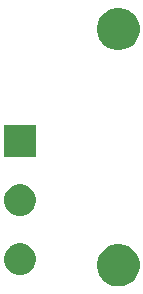
<source format=gbr>
G04 #@! TF.GenerationSoftware,KiCad,Pcbnew,5.1.4*
G04 #@! TF.CreationDate,2019-10-30T11:00:48-04:00*
G04 #@! TF.ProjectId,siot-splice-kit,73696f74-2d73-4706-9c69-63652d6b6974,rev?*
G04 #@! TF.SameCoordinates,Original*
G04 #@! TF.FileFunction,Soldermask,Bot*
G04 #@! TF.FilePolarity,Negative*
%FSLAX46Y46*%
G04 Gerber Fmt 4.6, Leading zero omitted, Abs format (unit mm)*
G04 Created by KiCad (PCBNEW 5.1.4) date 2019-10-30 11:00:48*
%MOMM*%
%LPD*%
G04 APERTURE LIST*
%ADD10C,0.100000*%
G04 APERTURE END LIST*
D10*
G36*
X80805331Y-93818211D02*
G01*
X81133092Y-93953974D01*
X81428070Y-94151072D01*
X81678928Y-94401930D01*
X81876026Y-94696908D01*
X82011789Y-95024669D01*
X82081000Y-95372616D01*
X82081000Y-95727384D01*
X82011789Y-96075331D01*
X81876026Y-96403092D01*
X81678928Y-96698070D01*
X81428070Y-96948928D01*
X81133092Y-97146026D01*
X80805331Y-97281789D01*
X80457384Y-97351000D01*
X80102616Y-97351000D01*
X79754669Y-97281789D01*
X79426908Y-97146026D01*
X79131930Y-96948928D01*
X78881072Y-96698070D01*
X78683974Y-96403092D01*
X78548211Y-96075331D01*
X78479000Y-95727384D01*
X78479000Y-95372616D01*
X78548211Y-95024669D01*
X78683974Y-94696908D01*
X78881072Y-94401930D01*
X79131930Y-94151072D01*
X79426908Y-93953974D01*
X79754669Y-93818211D01*
X80102616Y-93749000D01*
X80457384Y-93749000D01*
X80805331Y-93818211D01*
X80805331Y-93818211D01*
G37*
G36*
X72354072Y-93740918D02*
G01*
X72599939Y-93842759D01*
X72711328Y-93917187D01*
X72766385Y-93953975D01*
X72821212Y-93990610D01*
X73009390Y-94178788D01*
X73157241Y-94400061D01*
X73259082Y-94645928D01*
X73311000Y-94906938D01*
X73311000Y-95173062D01*
X73259082Y-95434072D01*
X73157241Y-95679939D01*
X73009390Y-95901212D01*
X72821212Y-96089390D01*
X72599939Y-96237241D01*
X72599938Y-96237242D01*
X72599937Y-96237242D01*
X72354072Y-96339082D01*
X72093063Y-96391000D01*
X71826937Y-96391000D01*
X71565928Y-96339082D01*
X71320063Y-96237242D01*
X71320062Y-96237242D01*
X71320061Y-96237241D01*
X71098788Y-96089390D01*
X70910610Y-95901212D01*
X70762759Y-95679939D01*
X70660918Y-95434072D01*
X70609000Y-95173062D01*
X70609000Y-94906938D01*
X70660918Y-94645928D01*
X70762759Y-94400061D01*
X70910610Y-94178788D01*
X71098788Y-93990610D01*
X71153616Y-93953975D01*
X71208672Y-93917187D01*
X71320061Y-93842759D01*
X71565928Y-93740918D01*
X71826937Y-93689000D01*
X72093063Y-93689000D01*
X72354072Y-93740918D01*
X72354072Y-93740918D01*
G37*
G36*
X72354072Y-88740918D02*
G01*
X72599939Y-88842759D01*
X72821212Y-88990610D01*
X73009390Y-89178788D01*
X73157241Y-89400061D01*
X73259082Y-89645928D01*
X73311000Y-89906938D01*
X73311000Y-90173062D01*
X73259082Y-90434072D01*
X73157241Y-90679939D01*
X73009390Y-90901212D01*
X72821212Y-91089390D01*
X72599939Y-91237241D01*
X72599938Y-91237242D01*
X72599937Y-91237242D01*
X72354072Y-91339082D01*
X72093063Y-91391000D01*
X71826937Y-91391000D01*
X71565928Y-91339082D01*
X71320063Y-91237242D01*
X71320062Y-91237242D01*
X71320061Y-91237241D01*
X71098788Y-91089390D01*
X70910610Y-90901212D01*
X70762759Y-90679939D01*
X70660918Y-90434072D01*
X70609000Y-90173062D01*
X70609000Y-89906938D01*
X70660918Y-89645928D01*
X70762759Y-89400061D01*
X70910610Y-89178788D01*
X71098788Y-88990610D01*
X71320061Y-88842759D01*
X71565928Y-88740918D01*
X71826937Y-88689000D01*
X72093063Y-88689000D01*
X72354072Y-88740918D01*
X72354072Y-88740918D01*
G37*
G36*
X73311000Y-86391000D02*
G01*
X70609000Y-86391000D01*
X70609000Y-83689000D01*
X73311000Y-83689000D01*
X73311000Y-86391000D01*
X73311000Y-86391000D01*
G37*
G36*
X80805331Y-73828211D02*
G01*
X81133092Y-73963974D01*
X81428070Y-74161072D01*
X81678928Y-74411930D01*
X81876026Y-74706908D01*
X82011789Y-75034669D01*
X82081000Y-75382616D01*
X82081000Y-75737384D01*
X82011789Y-76085331D01*
X81876026Y-76413092D01*
X81678928Y-76708070D01*
X81428070Y-76958928D01*
X81133092Y-77156026D01*
X80805331Y-77291789D01*
X80457384Y-77361000D01*
X80102616Y-77361000D01*
X79754669Y-77291789D01*
X79426908Y-77156026D01*
X79131930Y-76958928D01*
X78881072Y-76708070D01*
X78683974Y-76413092D01*
X78548211Y-76085331D01*
X78479000Y-75737384D01*
X78479000Y-75382616D01*
X78548211Y-75034669D01*
X78683974Y-74706908D01*
X78881072Y-74411930D01*
X79131930Y-74161072D01*
X79426908Y-73963974D01*
X79754669Y-73828211D01*
X80102616Y-73759000D01*
X80457384Y-73759000D01*
X80805331Y-73828211D01*
X80805331Y-73828211D01*
G37*
M02*

</source>
